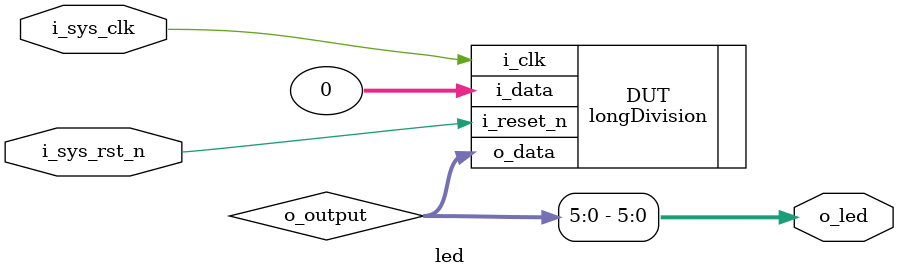
<source format=v>
module led (
    input   wire            i_sys_clk,          // clk input
    input   wire            i_sys_rst_n,        // reset input
    output  wire     [5:0]   o_led    // 6 LEDS pin
);

// module longDivision(
//     input   wire    [0:0]   i_clk,
//     input   wire    [0:0]   i_reset_n,
//     input   wire    [7:0]   i_data,
//     output  reg     [7:0]   o_data
// );
wire [7:0] o_output;
longDivision DUT(
    .i_clk(i_sys_clk),
    .i_reset_n(i_sys_rst_n),
    .i_data('h00),  // Example input data, modify as needed
    .o_data(o_output)   // Connect output to LED pins
);
assign o_led = o_output[5:0]; // Assign the first 6 bits to the LED output    

endmodule

</source>
